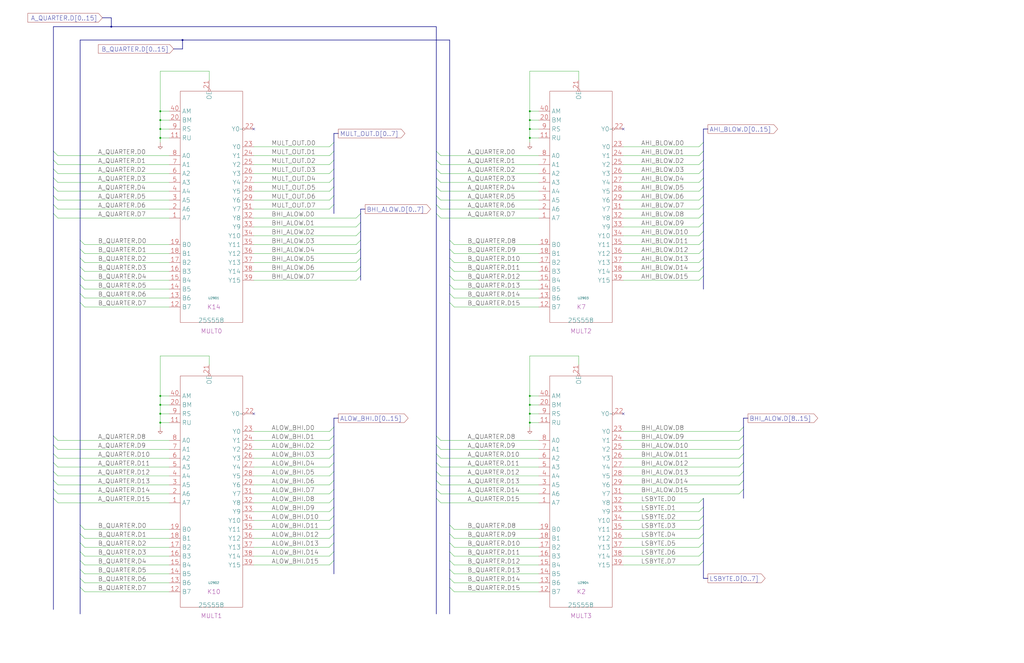
<source format=kicad_sch>
(kicad_sch (version 20230121) (generator eeschema)
  (paper "User" 584.2 378.46)
  (title_block (title "MULTIPLIER ARRAY") (date "22-MAR-90") (rev "1.0") (comment 1 "VALUE") (comment 2 "232-003063") (comment 3 "S400") (comment 4 "RELEASED"))
  (lib_symbols
    (symbol "r1000:25S558" (pin_names (offset 1.016))
      (property "Reference" "U" (at 2.54 5.08 0))
      (property "Value" "25S558" (at -6.35 -7.62 0))
      (property "Location" "___" (at -1.27 0 0))
      (property "Name" "______" (at 1.27 -15.24 0))
      (symbol "25S558_1_1"
        (rectangle (start -16.51 123.19) (end 19.05 -8.89))
        (circle (center 0 123.825) (radius 0.635))
        (circle (center 19.685 101.6) (radius 0.635))
        (pin input line (at -22.86 50.8 0) (length 6.35) (name "A7") (number "1"))
        (pin input line (at -22.86 96.52 0) (length 6.35) (name "RU") (number "11"))
        (pin input line (at -22.86 0 0) (length 6.35) (name "B7") (number "12"))
        (pin input line (at -22.86 5.08 0) (length 6.35) (name "B6") (number "13"))
        (pin input line (at -22.86 10.16 0) (length 6.35) (name "B5") (number "14"))
        (pin input line (at -22.86 15.24 0) (length 6.35) (name "B4") (number "15"))
        (pin input line (at -22.86 20.32 0) (length 6.35) (name "B3") (number "16"))
        (pin input line (at -22.86 25.4 0) (length 6.35) (name "B2") (number "17"))
        (pin input line (at -22.86 30.48 0) (length 6.35) (name "B1") (number "18"))
        (pin input line (at -22.86 35.56 0) (length 6.35) (name "B0") (number "19"))
        (pin input line (at -22.86 55.88 0) (length 6.35) (name "A6") (number "2"))
        (pin input line (at -22.86 106.68 0) (length 6.35) (name "BM") (number "20"))
        (pin input line (at 0 129.54 270) (length 5.08) (name "OE") (number "21"))
        (pin tri_state line (at 25.4 101.6 180) (length 5.08) (name "Y0~") (number "22"))
        (pin tri_state line (at 25.4 91.44 180) (length 6.35) (name "Y0") (number "23"))
        (pin tri_state line (at 25.4 86.36 180) (length 6.35) (name "Y1") (number "24"))
        (pin tri_state line (at 25.4 81.28 180) (length 6.35) (name "Y2") (number "25"))
        (pin tri_state line (at 25.4 76.2 180) (length 6.35) (name "Y3") (number "26"))
        (pin tri_state line (at 25.4 71.12 180) (length 6.35) (name "Y4") (number "27"))
        (pin tri_state line (at 25.4 66.04 180) (length 6.35) (name "Y5") (number "28"))
        (pin tri_state line (at 25.4 60.96 180) (length 6.35) (name "Y6") (number "29"))
        (pin input line (at -22.86 60.96 0) (length 6.35) (name "A5") (number "3"))
        (pin tri_state line (at 25.4 55.88 180) (length 6.35) (name "Y7") (number "31"))
        (pin tri_state line (at 25.4 50.8 180) (length 6.35) (name "Y8") (number "32"))
        (pin tri_state line (at 25.4 45.72 180) (length 6.35) (name "Y9") (number "33"))
        (pin tri_state line (at 25.4 40.64 180) (length 6.35) (name "Y10") (number "34"))
        (pin tri_state line (at 25.4 35.56 180) (length 6.35) (name "Y11") (number "35"))
        (pin tri_state line (at 25.4 30.48 180) (length 6.35) (name "Y12") (number "36"))
        (pin tri_state line (at 25.4 25.4 180) (length 6.35) (name "Y13") (number "37"))
        (pin tri_state line (at 25.4 20.32 180) (length 6.35) (name "Y14") (number "38"))
        (pin tri_state line (at 25.4 15.24 180) (length 6.35) (name "Y15") (number "39"))
        (pin input line (at -22.86 66.04 0) (length 6.35) (name "A4") (number "4"))
        (pin input line (at -22.86 111.76 0) (length 6.35) (name "AM") (number "40"))
        (pin input line (at -22.86 71.12 0) (length 6.35) (name "A3") (number "5"))
        (pin input line (at -22.86 76.2 0) (length 6.35) (name "A2") (number "6"))
        (pin input line (at -22.86 81.28 0) (length 6.35) (name "A1") (number "7"))
        (pin input line (at -22.86 86.36 0) (length 6.35) (name "A0") (number "8"))
        (pin input line (at -22.86 101.6 0) (length 6.35) (name "RS") (number "9"))
      )
    )
    (symbol "r1000:PD" (power) (pin_numbers hide) (pin_names hide) (in_bom no)
      (symbol "PD_0_1"
        (polyline (pts (xy 0 -2.54) (xy 1.27 -2.54) (xy 0 -3.81) (xy -1.27 -2.54) (xy 0 -2.54)) (stroke (width 0.1524)))
      )
      (symbol "PD_1_1"
        (pin power_in line (at 0 0 270) (length 2.54) (name "PD") (number "1"))
      )
    )
  )
  (junction (at 302.26 63.5))
  (junction (at 302.26 68.58))
  (junction (at 302.26 241.3))
  (junction (at 91.44 73.66))
  (junction (at 91.44 241.3))
  (junction (at 91.44 236.22))
  (junction (at 302.26 73.66))
  (junction (at 104.14 22.86))
  (junction (at 302.26 226.06))
  (junction (at 91.44 63.5))
  (junction (at 91.44 68.58))
  (junction (at 302.26 231.14))
  (junction (at 302.26 78.74))
  (junction (at 302.26 236.22))
  (junction (at 91.44 226.06))
  (junction (at 91.44 78.74))
  (junction (at 91.44 231.14))
  (junction (at 63.5 15.24))
  (no_connect (at 355.6 73.66))
  (no_connect (at 144.78 236.22))
  (no_connect (at 355.6 236.22))
  (no_connect (at 144.78 73.66))
  (bus_entry (at 205.74 157.48) (size -2.54 2.54))
  (bus_entry (at 248.92 86.36) (size 2.54 2.54))
  (bus_entry (at 401.32 106.68) (size -2.54 2.54))
  (bus_entry (at 401.32 294.64) (size -2.54 2.54))
  (bus_entry (at 45.72 304.8) (size 2.54 2.54))
  (bus_entry (at 190.5 264.16) (size -2.54 2.54))
  (bus_entry (at 401.32 101.6) (size -2.54 2.54))
  (bus_entry (at 248.92 106.68) (size 2.54 2.54))
  (bus_entry (at 45.72 320.04) (size 2.54 2.54))
  (bus_entry (at 256.54 314.96) (size 2.54 2.54))
  (bus_entry (at 30.48 259.08) (size 2.54 2.54))
  (bus_entry (at 30.48 91.44) (size 2.54 2.54))
  (bus_entry (at 30.48 116.84) (size 2.54 2.54))
  (bus_entry (at 424.18 279.4) (size -2.54 2.54))
  (bus_entry (at 190.5 279.4) (size -2.54 2.54))
  (bus_entry (at 45.72 325.12) (size 2.54 2.54))
  (bus_entry (at 45.72 157.48) (size 2.54 2.54))
  (bus_entry (at 248.92 264.16) (size 2.54 2.54))
  (bus_entry (at 401.32 86.36) (size -2.54 2.54))
  (bus_entry (at 401.32 152.4) (size -2.54 2.54))
  (bus_entry (at 401.32 81.28) (size -2.54 2.54))
  (bus_entry (at 190.5 111.76) (size -2.54 2.54))
  (bus_entry (at 256.54 304.8) (size 2.54 2.54))
  (bus_entry (at 190.5 289.56) (size -2.54 2.54))
  (bus_entry (at 45.72 172.72) (size 2.54 2.54))
  (bus_entry (at 190.5 96.52) (size -2.54 2.54))
  (bus_entry (at 190.5 309.88) (size -2.54 2.54))
  (bus_entry (at 30.48 274.32) (size 2.54 2.54))
  (bus_entry (at 205.74 147.32) (size -2.54 2.54))
  (bus_entry (at 256.54 335.28) (size 2.54 2.54))
  (bus_entry (at 190.5 274.32) (size -2.54 2.54))
  (bus_entry (at 248.92 116.84) (size 2.54 2.54))
  (bus_entry (at 30.48 101.6) (size 2.54 2.54))
  (bus_entry (at 190.5 101.6) (size -2.54 2.54))
  (bus_entry (at 248.92 279.4) (size 2.54 2.54))
  (bus_entry (at 190.5 86.36) (size -2.54 2.54))
  (bus_entry (at 248.92 254) (size 2.54 2.54))
  (bus_entry (at 30.48 96.52) (size 2.54 2.54))
  (bus_entry (at 401.32 91.44) (size -2.54 2.54))
  (bus_entry (at 256.54 157.48) (size 2.54 2.54))
  (bus_entry (at 248.92 101.6) (size 2.54 2.54))
  (bus_entry (at 401.32 121.92) (size -2.54 2.54))
  (bus_entry (at 256.54 325.12) (size 2.54 2.54))
  (bus_entry (at 205.74 137.16) (size -2.54 2.54))
  (bus_entry (at 205.74 127) (size -2.54 2.54))
  (bus_entry (at 401.32 299.72) (size -2.54 2.54))
  (bus_entry (at 45.72 330.2) (size 2.54 2.54))
  (bus_entry (at 248.92 269.24) (size 2.54 2.54))
  (bus_entry (at 190.5 299.72) (size -2.54 2.54))
  (bus_entry (at 401.32 111.76) (size -2.54 2.54))
  (bus_entry (at 256.54 167.64) (size 2.54 2.54))
  (bus_entry (at 190.5 320.04) (size -2.54 2.54))
  (bus_entry (at 401.32 157.48) (size -2.54 2.54))
  (bus_entry (at 256.54 330.2) (size 2.54 2.54))
  (bus_entry (at 401.32 314.96) (size -2.54 2.54))
  (bus_entry (at 248.92 274.32) (size 2.54 2.54))
  (bus_entry (at 30.48 264.16) (size 2.54 2.54))
  (bus_entry (at 424.18 264.16) (size -2.54 2.54))
  (bus_entry (at 248.92 248.92) (size 2.54 2.54))
  (bus_entry (at 190.5 106.68) (size -2.54 2.54))
  (bus_entry (at 30.48 284.48) (size 2.54 2.54))
  (bus_entry (at 424.18 248.92) (size -2.54 2.54))
  (bus_entry (at 248.92 111.76) (size 2.54 2.54))
  (bus_entry (at 424.18 243.84) (size -2.54 2.54))
  (bus_entry (at 30.48 106.68) (size 2.54 2.54))
  (bus_entry (at 401.32 147.32) (size -2.54 2.54))
  (bus_entry (at 248.92 121.92) (size 2.54 2.54))
  (bus_entry (at 30.48 121.92) (size 2.54 2.54))
  (bus_entry (at 30.48 254) (size 2.54 2.54))
  (bus_entry (at 401.32 96.52) (size -2.54 2.54))
  (bus_entry (at 190.5 116.84) (size -2.54 2.54))
  (bus_entry (at 248.92 96.52) (size 2.54 2.54))
  (bus_entry (at 190.5 254) (size -2.54 2.54))
  (bus_entry (at 45.72 314.96) (size 2.54 2.54))
  (bus_entry (at 401.32 320.04) (size -2.54 2.54))
  (bus_entry (at 45.72 147.32) (size 2.54 2.54))
  (bus_entry (at 190.5 81.28) (size -2.54 2.54))
  (bus_entry (at 424.18 254) (size -2.54 2.54))
  (bus_entry (at 248.92 284.48) (size 2.54 2.54))
  (bus_entry (at 401.32 284.48) (size -2.54 2.54))
  (bus_entry (at 248.92 259.08) (size 2.54 2.54))
  (bus_entry (at 190.5 269.24) (size -2.54 2.54))
  (bus_entry (at 256.54 309.88) (size 2.54 2.54))
  (bus_entry (at 190.5 284.48) (size -2.54 2.54))
  (bus_entry (at 205.74 132.08) (size -2.54 2.54))
  (bus_entry (at 424.18 269.24) (size -2.54 2.54))
  (bus_entry (at 45.72 162.56) (size 2.54 2.54))
  (bus_entry (at 401.32 132.08) (size -2.54 2.54))
  (bus_entry (at 45.72 167.64) (size 2.54 2.54))
  (bus_entry (at 248.92 91.44) (size 2.54 2.54))
  (bus_entry (at 190.5 248.92) (size -2.54 2.54))
  (bus_entry (at 45.72 299.72) (size 2.54 2.54))
  (bus_entry (at 256.54 147.32) (size 2.54 2.54))
  (bus_entry (at 190.5 91.44) (size -2.54 2.54))
  (bus_entry (at 45.72 142.24) (size 2.54 2.54))
  (bus_entry (at 256.54 299.72) (size 2.54 2.54))
  (bus_entry (at 401.32 116.84) (size -2.54 2.54))
  (bus_entry (at 401.32 142.24) (size -2.54 2.54))
  (bus_entry (at 401.32 304.8) (size -2.54 2.54))
  (bus_entry (at 256.54 162.56) (size 2.54 2.54))
  (bus_entry (at 424.18 274.32) (size -2.54 2.54))
  (bus_entry (at 256.54 320.04) (size 2.54 2.54))
  (bus_entry (at 401.32 127) (size -2.54 2.54))
  (bus_entry (at 45.72 335.28) (size 2.54 2.54))
  (bus_entry (at 401.32 289.56) (size -2.54 2.54))
  (bus_entry (at 30.48 86.36) (size 2.54 2.54))
  (bus_entry (at 45.72 137.16) (size 2.54 2.54))
  (bus_entry (at 30.48 279.4) (size 2.54 2.54))
  (bus_entry (at 45.72 309.88) (size 2.54 2.54))
  (bus_entry (at 205.74 152.4) (size -2.54 2.54))
  (bus_entry (at 45.72 152.4) (size 2.54 2.54))
  (bus_entry (at 205.74 121.92) (size -2.54 2.54))
  (bus_entry (at 30.48 269.24) (size 2.54 2.54))
  (bus_entry (at 401.32 137.16) (size -2.54 2.54))
  (bus_entry (at 205.74 142.24) (size -2.54 2.54))
  (bus_entry (at 190.5 259.08) (size -2.54 2.54))
  (bus_entry (at 256.54 142.24) (size 2.54 2.54))
  (bus_entry (at 424.18 259.08) (size -2.54 2.54))
  (bus_entry (at 190.5 314.96) (size -2.54 2.54))
  (bus_entry (at 256.54 172.72) (size 2.54 2.54))
  (bus_entry (at 190.5 243.84) (size -2.54 2.54))
  (bus_entry (at 190.5 304.8) (size -2.54 2.54))
  (bus_entry (at 401.32 309.88) (size -2.54 2.54))
  (bus_entry (at 190.5 294.64) (size -2.54 2.54))
  (bus_entry (at 30.48 248.92) (size 2.54 2.54))
  (bus_entry (at 256.54 152.4) (size 2.54 2.54))
  (bus_entry (at 256.54 137.16) (size 2.54 2.54))
  (bus_entry (at 30.48 111.76) (size 2.54 2.54))
  (wire (pts (xy 355.6 88.9) (xy 398.78 88.9)))
  (bus (pts (xy 45.72 172.72) (xy 45.72 299.72)))
  (wire (pts (xy 48.26 144.78) (xy 96.52 144.78)))
  (bus (pts (xy 190.5 294.64) (xy 190.5 299.72)))
  (bus (pts (xy 30.48 86.36) (xy 30.48 91.44)))
  (wire (pts (xy 259.08 327.66) (xy 307.34 327.66)))
  (wire (pts (xy 355.6 99.06) (xy 398.78 99.06)))
  (bus (pts (xy 30.48 116.84) (xy 30.48 121.92)))
  (wire (pts (xy 302.26 63.5) (xy 302.26 68.58)))
  (bus (pts (xy 30.48 111.76) (xy 30.48 116.84)))
  (wire (pts (xy 355.6 109.22) (xy 398.78 109.22)))
  (bus (pts (xy 30.48 248.92) (xy 30.48 254)))
  (bus (pts (xy 30.48 101.6) (xy 30.48 106.68)))
  (wire (pts (xy 302.26 231.14) (xy 302.26 236.22)))
  (bus (pts (xy 256.54 330.2) (xy 256.54 335.28)))
  (bus (pts (xy 424.18 238.76) (xy 426.72 238.76)))
  (wire (pts (xy 33.02 271.78) (xy 96.52 271.78)))
  (wire (pts (xy 302.26 226.06) (xy 307.34 226.06)))
  (wire (pts (xy 251.46 93.98) (xy 307.34 93.98)))
  (bus (pts (xy 205.74 121.92) (xy 205.74 127)))
  (bus (pts (xy 248.92 248.92) (xy 248.92 254)))
  (wire (pts (xy 144.78 251.46) (xy 187.96 251.46)))
  (wire (pts (xy 251.46 287.02) (xy 307.34 287.02)))
  (wire (pts (xy 33.02 114.3) (xy 96.52 114.3)))
  (bus (pts (xy 205.74 127) (xy 205.74 132.08)))
  (bus (pts (xy 248.92 91.44) (xy 248.92 96.52)))
  (wire (pts (xy 144.78 99.06) (xy 187.96 99.06)))
  (wire (pts (xy 33.02 109.22) (xy 96.52 109.22)))
  (wire (pts (xy 33.02 88.9) (xy 96.52 88.9)))
  (wire (pts (xy 302.26 241.3) (xy 302.26 243.84)))
  (wire (pts (xy 48.26 332.74) (xy 96.52 332.74)))
  (bus (pts (xy 248.92 284.48) (xy 248.92 350.52)))
  (wire (pts (xy 48.26 160.02) (xy 96.52 160.02)))
  (wire (pts (xy 251.46 88.9) (xy 307.34 88.9)))
  (wire (pts (xy 144.78 149.86) (xy 203.2 149.86)))
  (bus (pts (xy 256.54 325.12) (xy 256.54 330.2)))
  (bus (pts (xy 190.5 238.76) (xy 190.5 243.84)))
  (wire (pts (xy 91.44 241.3) (xy 91.44 243.84)))
  (wire (pts (xy 330.2 203.2) (xy 302.26 203.2)))
  (wire (pts (xy 355.6 154.94) (xy 398.78 154.94)))
  (wire (pts (xy 33.02 266.7) (xy 96.52 266.7)))
  (wire (pts (xy 144.78 292.1) (xy 187.96 292.1)))
  (bus (pts (xy 45.72 142.24) (xy 45.72 147.32)))
  (bus (pts (xy 190.5 101.6) (xy 190.5 106.68)))
  (bus (pts (xy 45.72 309.88) (xy 45.72 314.96)))
  (wire (pts (xy 302.26 241.3) (xy 307.34 241.3)))
  (wire (pts (xy 302.26 73.66) (xy 302.26 78.74)))
  (bus (pts (xy 256.54 299.72) (xy 256.54 304.8)))
  (wire (pts (xy 302.26 203.2) (xy 302.26 226.06)))
  (bus (pts (xy 30.48 274.32) (xy 30.48 279.4)))
  (wire (pts (xy 48.26 337.82) (xy 96.52 337.82)))
  (wire (pts (xy 144.78 312.42) (xy 187.96 312.42)))
  (wire (pts (xy 355.6 292.1) (xy 398.78 292.1)))
  (bus (pts (xy 256.54 320.04) (xy 256.54 325.12)))
  (bus (pts (xy 190.5 106.68) (xy 190.5 111.76)))
  (wire (pts (xy 144.78 109.22) (xy 187.96 109.22)))
  (wire (pts (xy 91.44 203.2) (xy 91.44 226.06)))
  (bus (pts (xy 424.18 279.4) (xy 424.18 284.48)))
  (bus (pts (xy 248.92 116.84) (xy 248.92 121.92)))
  (wire (pts (xy 33.02 251.46) (xy 96.52 251.46)))
  (wire (pts (xy 33.02 99.06) (xy 96.52 99.06)))
  (bus (pts (xy 190.5 269.24) (xy 190.5 274.32)))
  (bus (pts (xy 45.72 335.28) (xy 45.72 350.52)))
  (wire (pts (xy 144.78 246.38) (xy 187.96 246.38)))
  (bus (pts (xy 424.18 243.84) (xy 424.18 248.92)))
  (bus (pts (xy 30.48 269.24) (xy 30.48 274.32)))
  (wire (pts (xy 144.78 276.86) (xy 187.96 276.86)))
  (bus (pts (xy 30.48 96.52) (xy 30.48 101.6)))
  (bus (pts (xy 45.72 304.8) (xy 45.72 309.88)))
  (bus (pts (xy 424.18 259.08) (xy 424.18 264.16)))
  (bus (pts (xy 256.54 335.28) (xy 256.54 350.52)))
  (bus (pts (xy 190.5 299.72) (xy 190.5 304.8)))
  (wire (pts (xy 355.6 114.3) (xy 398.78 114.3)))
  (wire (pts (xy 259.08 139.7) (xy 307.34 139.7)))
  (wire (pts (xy 251.46 276.86) (xy 307.34 276.86)))
  (wire (pts (xy 251.46 266.7) (xy 307.34 266.7)))
  (bus (pts (xy 30.48 121.92) (xy 30.48 248.92)))
  (bus (pts (xy 424.18 238.76) (xy 424.18 243.84)))
  (bus (pts (xy 190.5 279.4) (xy 190.5 284.48)))
  (wire (pts (xy 302.26 226.06) (xy 302.26 231.14)))
  (wire (pts (xy 33.02 256.54) (xy 96.52 256.54)))
  (wire (pts (xy 330.2 208.28) (xy 330.2 203.2)))
  (bus (pts (xy 401.32 147.32) (xy 401.32 152.4)))
  (bus (pts (xy 248.92 269.24) (xy 248.92 274.32)))
  (bus (pts (xy 248.92 279.4) (xy 248.92 284.48)))
  (wire (pts (xy 48.26 307.34) (xy 96.52 307.34)))
  (wire (pts (xy 302.26 73.66) (xy 307.34 73.66)))
  (wire (pts (xy 355.6 271.78) (xy 421.64 271.78)))
  (wire (pts (xy 302.26 236.22) (xy 302.26 241.3)))
  (bus (pts (xy 401.32 299.72) (xy 401.32 304.8)))
  (wire (pts (xy 355.6 287.02) (xy 398.78 287.02)))
  (bus (pts (xy 401.32 330.2) (xy 403.86 330.2)))
  (wire (pts (xy 91.44 63.5) (xy 91.44 68.58)))
  (wire (pts (xy 355.6 124.46) (xy 398.78 124.46)))
  (wire (pts (xy 259.08 322.58) (xy 307.34 322.58)))
  (bus (pts (xy 401.32 320.04) (xy 401.32 330.2)))
  (wire (pts (xy 251.46 251.46) (xy 307.34 251.46)))
  (bus (pts (xy 401.32 106.68) (xy 401.32 111.76)))
  (wire (pts (xy 251.46 104.14) (xy 307.34 104.14)))
  (wire (pts (xy 355.6 144.78) (xy 398.78 144.78)))
  (wire (pts (xy 91.44 73.66) (xy 96.52 73.66)))
  (bus (pts (xy 256.54 172.72) (xy 256.54 299.72)))
  (bus (pts (xy 401.32 284.48) (xy 401.32 289.56)))
  (wire (pts (xy 91.44 73.66) (xy 91.44 78.74)))
  (wire (pts (xy 119.38 40.64) (xy 91.44 40.64)))
  (wire (pts (xy 355.6 307.34) (xy 398.78 307.34)))
  (wire (pts (xy 251.46 114.3) (xy 307.34 114.3)))
  (bus (pts (xy 45.72 137.16) (xy 45.72 142.24)))
  (wire (pts (xy 251.46 124.46) (xy 307.34 124.46)))
  (wire (pts (xy 251.46 261.62) (xy 307.34 261.62)))
  (bus (pts (xy 248.92 106.68) (xy 248.92 111.76)))
  (wire (pts (xy 251.46 281.94) (xy 307.34 281.94)))
  (bus (pts (xy 248.92 15.24) (xy 63.5 15.24)))
  (wire (pts (xy 355.6 119.38) (xy 398.78 119.38)))
  (wire (pts (xy 91.44 78.74) (xy 91.44 81.28)))
  (wire (pts (xy 48.26 170.18) (xy 96.52 170.18)))
  (bus (pts (xy 401.32 314.96) (xy 401.32 320.04)))
  (wire (pts (xy 355.6 83.82) (xy 398.78 83.82)))
  (wire (pts (xy 91.44 40.64) (xy 91.44 63.5)))
  (wire (pts (xy 302.26 68.58) (xy 307.34 68.58)))
  (bus (pts (xy 45.72 325.12) (xy 45.72 330.2)))
  (bus (pts (xy 190.5 274.32) (xy 190.5 279.4)))
  (wire (pts (xy 48.26 322.58) (xy 96.52 322.58)))
  (wire (pts (xy 144.78 256.54) (xy 187.96 256.54)))
  (wire (pts (xy 144.78 271.78) (xy 187.96 271.78)))
  (bus (pts (xy 190.5 76.2) (xy 193.04 76.2)))
  (wire (pts (xy 355.6 302.26) (xy 398.78 302.26)))
  (wire (pts (xy 48.26 139.7) (xy 96.52 139.7)))
  (wire (pts (xy 33.02 287.02) (xy 96.52 287.02)))
  (bus (pts (xy 190.5 259.08) (xy 190.5 264.16)))
  (bus (pts (xy 401.32 132.08) (xy 401.32 137.16)))
  (wire (pts (xy 355.6 256.54) (xy 421.64 256.54)))
  (bus (pts (xy 205.74 157.48) (xy 205.74 160.02)))
  (bus (pts (xy 205.74 147.32) (xy 205.74 152.4)))
  (bus (pts (xy 190.5 111.76) (xy 190.5 116.84)))
  (wire (pts (xy 48.26 175.26) (xy 96.52 175.26)))
  (bus (pts (xy 256.54 314.96) (xy 256.54 320.04)))
  (bus (pts (xy 256.54 157.48) (xy 256.54 162.56)))
  (bus (pts (xy 256.54 152.4) (xy 256.54 157.48)))
  (wire (pts (xy 355.6 246.38) (xy 421.64 246.38)))
  (bus (pts (xy 190.5 238.76) (xy 193.04 238.76)))
  (bus (pts (xy 424.18 264.16) (xy 424.18 269.24)))
  (bus (pts (xy 63.5 15.24) (xy 30.48 15.24)))
  (wire (pts (xy 144.78 88.9) (xy 187.96 88.9)))
  (bus (pts (xy 190.5 254) (xy 190.5 259.08)))
  (bus (pts (xy 256.54 22.86) (xy 256.54 137.16)))
  (wire (pts (xy 33.02 104.14) (xy 96.52 104.14)))
  (wire (pts (xy 259.08 302.26) (xy 307.34 302.26)))
  (wire (pts (xy 119.38 45.72) (xy 119.38 40.64)))
  (bus (pts (xy 190.5 91.44) (xy 190.5 96.52)))
  (bus (pts (xy 205.74 119.38) (xy 208.28 119.38)))
  (wire (pts (xy 119.38 203.2) (xy 91.44 203.2)))
  (bus (pts (xy 45.72 299.72) (xy 45.72 304.8)))
  (bus (pts (xy 190.5 289.56) (xy 190.5 294.64)))
  (bus (pts (xy 205.74 137.16) (xy 205.74 142.24)))
  (wire (pts (xy 48.26 154.94) (xy 96.52 154.94)))
  (bus (pts (xy 248.92 111.76) (xy 248.92 116.84)))
  (bus (pts (xy 30.48 259.08) (xy 30.48 264.16)))
  (wire (pts (xy 33.02 281.94) (xy 96.52 281.94)))
  (wire (pts (xy 33.02 261.62) (xy 96.52 261.62)))
  (bus (pts (xy 45.72 152.4) (xy 45.72 157.48)))
  (bus (pts (xy 190.5 320.04) (xy 190.5 327.66)))
  (bus (pts (xy 401.32 86.36) (xy 401.32 91.44)))
  (bus (pts (xy 205.74 132.08) (xy 205.74 137.16)))
  (wire (pts (xy 259.08 317.5) (xy 307.34 317.5)))
  (bus (pts (xy 45.72 147.32) (xy 45.72 152.4)))
  (wire (pts (xy 259.08 332.74) (xy 307.34 332.74)))
  (bus (pts (xy 45.72 22.86) (xy 45.72 137.16)))
  (wire (pts (xy 302.26 236.22) (xy 307.34 236.22)))
  (wire (pts (xy 144.78 266.7) (xy 187.96 266.7)))
  (wire (pts (xy 144.78 307.34) (xy 187.96 307.34)))
  (bus (pts (xy 424.18 248.92) (xy 424.18 254)))
  (bus (pts (xy 256.54 137.16) (xy 256.54 142.24)))
  (bus (pts (xy 205.74 119.38) (xy 205.74 121.92)))
  (bus (pts (xy 401.32 101.6) (xy 401.32 106.68)))
  (bus (pts (xy 45.72 330.2) (xy 45.72 335.28)))
  (bus (pts (xy 401.32 289.56) (xy 401.32 294.64)))
  (wire (pts (xy 302.26 40.64) (xy 302.26 63.5)))
  (wire (pts (xy 48.26 317.5) (xy 96.52 317.5)))
  (wire (pts (xy 355.6 276.86) (xy 421.64 276.86)))
  (wire (pts (xy 251.46 109.22) (xy 307.34 109.22)))
  (bus (pts (xy 205.74 142.24) (xy 205.74 147.32)))
  (wire (pts (xy 355.6 139.7) (xy 398.78 139.7)))
  (wire (pts (xy 355.6 322.58) (xy 398.78 322.58)))
  (wire (pts (xy 33.02 93.98) (xy 96.52 93.98)))
  (bus (pts (xy 256.54 304.8) (xy 256.54 309.88)))
  (bus (pts (xy 401.32 73.66) (xy 401.32 81.28)))
  (wire (pts (xy 144.78 281.94) (xy 187.96 281.94)))
  (bus (pts (xy 190.5 264.16) (xy 190.5 269.24)))
  (wire (pts (xy 91.44 236.22) (xy 91.44 241.3)))
  (wire (pts (xy 251.46 256.54) (xy 307.34 256.54)))
  (wire (pts (xy 48.26 302.26) (xy 96.52 302.26)))
  (bus (pts (xy 401.32 127) (xy 401.32 132.08)))
  (wire (pts (xy 33.02 119.38) (xy 96.52 119.38)))
  (bus (pts (xy 190.5 116.84) (xy 190.5 121.92)))
  (bus (pts (xy 401.32 294.64) (xy 401.32 299.72)))
  (wire (pts (xy 144.78 261.62) (xy 187.96 261.62)))
  (wire (pts (xy 144.78 129.54) (xy 203.2 129.54)))
  (bus (pts (xy 248.92 254) (xy 248.92 259.08)))
  (wire (pts (xy 259.08 307.34) (xy 307.34 307.34)))
  (bus (pts (xy 248.92 274.32) (xy 248.92 279.4)))
  (wire (pts (xy 144.78 322.58) (xy 187.96 322.58)))
  (wire (pts (xy 48.26 165.1) (xy 96.52 165.1)))
  (bus (pts (xy 104.14 27.94) (xy 104.14 22.86)))
  (bus (pts (xy 104.14 22.86) (xy 256.54 22.86)))
  (bus (pts (xy 256.54 147.32) (xy 256.54 152.4)))
  (bus (pts (xy 58.42 10.16) (xy 63.5 10.16)))
  (wire (pts (xy 302.26 78.74) (xy 302.26 81.28)))
  (wire (pts (xy 48.26 327.66) (xy 96.52 327.66)))
  (bus (pts (xy 190.5 248.92) (xy 190.5 254)))
  (wire (pts (xy 355.6 160.02) (xy 398.78 160.02)))
  (wire (pts (xy 91.44 68.58) (xy 91.44 73.66)))
  (wire (pts (xy 302.26 63.5) (xy 307.34 63.5)))
  (wire (pts (xy 302.26 231.14) (xy 307.34 231.14)))
  (wire (pts (xy 259.08 144.78) (xy 307.34 144.78)))
  (wire (pts (xy 355.6 312.42) (xy 398.78 312.42)))
  (wire (pts (xy 144.78 134.62) (xy 203.2 134.62)))
  (bus (pts (xy 63.5 10.16) (xy 63.5 15.24)))
  (wire (pts (xy 259.08 337.82) (xy 307.34 337.82)))
  (bus (pts (xy 248.92 96.52) (xy 248.92 101.6)))
  (wire (pts (xy 33.02 276.86) (xy 96.52 276.86)))
  (bus (pts (xy 248.92 86.36) (xy 248.92 91.44)))
  (bus (pts (xy 401.32 91.44) (xy 401.32 96.52)))
  (wire (pts (xy 144.78 114.3) (xy 187.96 114.3)))
  (wire (pts (xy 355.6 297.18) (xy 398.78 297.18)))
  (bus (pts (xy 45.72 320.04) (xy 45.72 325.12)))
  (bus (pts (xy 190.5 309.88) (xy 190.5 314.96)))
  (wire (pts (xy 144.78 119.38) (xy 187.96 119.38)))
  (bus (pts (xy 30.48 254) (xy 30.48 259.08)))
  (bus (pts (xy 424.18 254) (xy 424.18 259.08)))
  (wire (pts (xy 48.26 149.86) (xy 96.52 149.86)))
  (bus (pts (xy 190.5 284.48) (xy 190.5 289.56)))
  (wire (pts (xy 144.78 287.02) (xy 187.96 287.02)))
  (wire (pts (xy 144.78 154.94) (xy 203.2 154.94)))
  (bus (pts (xy 248.92 121.92) (xy 248.92 248.92)))
  (bus (pts (xy 401.32 142.24) (xy 401.32 147.32)))
  (bus (pts (xy 248.92 259.08) (xy 248.92 264.16)))
  (wire (pts (xy 355.6 251.46) (xy 421.64 251.46)))
  (wire (pts (xy 144.78 297.18) (xy 187.96 297.18)))
  (wire (pts (xy 91.44 241.3) (xy 96.52 241.3)))
  (wire (pts (xy 48.26 312.42) (xy 96.52 312.42)))
  (wire (pts (xy 259.08 149.86) (xy 307.34 149.86)))
  (bus (pts (xy 45.72 167.64) (xy 45.72 172.72)))
  (bus (pts (xy 30.48 91.44) (xy 30.48 96.52)))
  (bus (pts (xy 401.32 81.28) (xy 401.32 86.36)))
  (bus (pts (xy 190.5 76.2) (xy 190.5 81.28)))
  (bus (pts (xy 401.32 309.88) (xy 401.32 314.96)))
  (bus (pts (xy 45.72 22.86) (xy 104.14 22.86)))
  (wire (pts (xy 144.78 139.7) (xy 203.2 139.7)))
  (bus (pts (xy 45.72 157.48) (xy 45.72 162.56)))
  (bus (pts (xy 401.32 137.16) (xy 401.32 142.24)))
  (wire (pts (xy 355.6 104.14) (xy 398.78 104.14)))
  (bus (pts (xy 424.18 274.32) (xy 424.18 279.4)))
  (wire (pts (xy 91.44 231.14) (xy 91.44 236.22)))
  (wire (pts (xy 355.6 281.94) (xy 421.64 281.94)))
  (bus (pts (xy 248.92 15.24) (xy 248.92 86.36)))
  (bus (pts (xy 248.92 101.6) (xy 248.92 106.68)))
  (bus (pts (xy 45.72 162.56) (xy 45.72 167.64)))
  (wire (pts (xy 251.46 271.78) (xy 307.34 271.78)))
  (wire (pts (xy 119.38 208.28) (xy 119.38 203.2)))
  (wire (pts (xy 91.44 226.06) (xy 96.52 226.06)))
  (wire (pts (xy 91.44 226.06) (xy 91.44 231.14)))
  (wire (pts (xy 259.08 175.26) (xy 307.34 175.26)))
  (bus (pts (xy 205.74 152.4) (xy 205.74 157.48)))
  (wire (pts (xy 259.08 160.02) (xy 307.34 160.02)))
  (wire (pts (xy 355.6 134.62) (xy 398.78 134.62)))
  (bus (pts (xy 256.54 309.88) (xy 256.54 314.96)))
  (wire (pts (xy 144.78 302.26) (xy 187.96 302.26)))
  (wire (pts (xy 144.78 144.78) (xy 203.2 144.78)))
  (wire (pts (xy 91.44 68.58) (xy 96.52 68.58)))
  (wire (pts (xy 144.78 104.14) (xy 187.96 104.14)))
  (wire (pts (xy 33.02 124.46) (xy 96.52 124.46)))
  (bus (pts (xy 401.32 152.4) (xy 401.32 157.48)))
  (wire (pts (xy 355.6 266.7) (xy 421.64 266.7)))
  (wire (pts (xy 251.46 119.38) (xy 307.34 119.38)))
  (bus (pts (xy 401.32 304.8) (xy 401.32 309.88)))
  (bus (pts (xy 256.54 167.64) (xy 256.54 172.72)))
  (bus (pts (xy 401.32 111.76) (xy 401.32 116.84)))
  (bus (pts (xy 99.06 27.94) (xy 104.14 27.94)))
  (wire (pts (xy 355.6 261.62) (xy 421.64 261.62)))
  (wire (pts (xy 302.26 68.58) (xy 302.26 73.66)))
  (wire (pts (xy 251.46 99.06) (xy 307.34 99.06)))
  (wire (pts (xy 355.6 149.86) (xy 398.78 149.86)))
  (bus (pts (xy 401.32 121.92) (xy 401.32 127)))
  (wire (pts (xy 355.6 93.98) (xy 398.78 93.98)))
  (bus (pts (xy 256.54 162.56) (xy 256.54 167.64)))
  (bus (pts (xy 401.32 157.48) (xy 401.32 165.1)))
  (wire (pts (xy 144.78 317.5) (xy 187.96 317.5)))
  (wire (pts (xy 330.2 45.72) (xy 330.2 40.64)))
  (bus (pts (xy 190.5 243.84) (xy 190.5 248.92)))
  (bus (pts (xy 30.48 106.68) (xy 30.48 111.76)))
  (bus (pts (xy 424.18 269.24) (xy 424.18 274.32)))
  (wire (pts (xy 144.78 93.98) (xy 187.96 93.98)))
  (wire (pts (xy 91.44 236.22) (xy 96.52 236.22)))
  (wire (pts (xy 259.08 312.42) (xy 307.34 312.42)))
  (bus (pts (xy 401.32 116.84) (xy 401.32 121.92)))
  (wire (pts (xy 355.6 129.54) (xy 398.78 129.54)))
  (wire (pts (xy 144.78 83.82) (xy 187.96 83.82)))
  (wire (pts (xy 355.6 317.5) (xy 398.78 317.5)))
  (wire (pts (xy 144.78 160.02) (xy 203.2 160.02)))
  (bus (pts (xy 45.72 314.96) (xy 45.72 320.04)))
  (wire (pts (xy 91.44 231.14) (xy 96.52 231.14)))
  (wire (pts (xy 259.08 154.94) (xy 307.34 154.94)))
  (wire (pts (xy 302.26 78.74) (xy 307.34 78.74)))
  (bus (pts (xy 190.5 81.28) (xy 190.5 86.36)))
  (bus (pts (xy 190.5 314.96) (xy 190.5 320.04)))
  (bus (pts (xy 190.5 304.8) (xy 190.5 309.88)))
  (bus (pts (xy 30.48 264.16) (xy 30.48 269.24)))
  (wire (pts (xy 144.78 124.46) (xy 203.2 124.46)))
  (bus (pts (xy 248.92 264.16) (xy 248.92 269.24)))
  (bus (pts (xy 30.48 284.48) (xy 30.48 347.98)))
  (bus (pts (xy 30.48 279.4) (xy 30.48 284.48)))
  (wire (pts (xy 259.08 165.1) (xy 307.34 165.1)))
  (bus (pts (xy 30.48 15.24) (xy 30.48 86.36)))
  (wire (pts (xy 259.08 170.18) (xy 307.34 170.18)))
  (bus (pts (xy 401.32 73.66) (xy 403.86 73.66)))
  (bus (pts (xy 401.32 96.52) (xy 401.32 101.6)))
  (wire (pts (xy 330.2 40.64) (xy 302.26 40.64)))
  (bus (pts (xy 190.5 86.36) (xy 190.5 91.44)))
  (bus (pts (xy 190.5 96.52) (xy 190.5 101.6)))
  (bus (pts (xy 256.54 142.24) (xy 256.54 147.32)))
  (wire (pts (xy 91.44 78.74) (xy 96.52 78.74)))
  (wire (pts (xy 91.44 63.5) (xy 96.52 63.5)))
  (label "MULT_OUT.D2" (at 154.94 93.98 0) (effects (font (size 2.54 2.54))))
  (label "A_QUARTER.D8" (at 55.88 251.46 0) (effects (font (size 2.54 2.54))))
  (label "MULT_OUT.D5" (at 154.94 109.22 0) (effects (font (size 2.54 2.54))))
  (label "B_QUARTER.D6" (at 55.88 170.18 0) (effects (font (size 2.54 2.54))))
  (label "B_QUARTER.D9" (at 266.7 307.34 0) (effects (font (size 2.54 2.54))))
  (label "ALOW_BHI.D4" (at 154.94 266.7 0) (effects (font (size 2.54 2.54))))
  (label "A_QUARTER.D4" (at 55.88 109.22 0) (effects (font (size 2.54 2.54))))
  (label "A_QUARTER.D11" (at 55.88 266.7 0) (effects (font (size 2.54 2.54))))
  (label "ALOW_BHI.D5" (at 154.94 271.78 0) (effects (font (size 2.54 2.54))))
  (label "A_QUARTER.D1" (at 55.88 93.98 0) (effects (font (size 2.54 2.54))))
  (label "AHI_BLOW.D11" (at 365.76 139.7 0) (effects (font (size 2.54 2.54))))
  (label "A_QUARTER.D5" (at 266.7 114.3 0) (effects (font (size 2.54 2.54))))
  (label "AHI_BLOW.D2" (at 365.76 93.98 0) (effects (font (size 2.54 2.54))))
  (label "AHI_BLOW.D7" (at 365.76 119.38 0) (effects (font (size 2.54 2.54))))
  (label "AHI_BLOW.D5" (at 365.76 109.22 0) (effects (font (size 2.54 2.54))))
  (label "AHI_BLOW.D0" (at 365.76 83.82 0) (effects (font (size 2.54 2.54))))
  (label "A_QUARTER.D15" (at 55.88 287.02 0) (effects (font (size 2.54 2.54))))
  (label "B_QUARTER.D1" (at 55.88 307.34 0) (effects (font (size 2.54 2.54))))
  (label "BHI_ALOW.D15" (at 365.76 281.94 0) (effects (font (size 2.54 2.54))))
  (label "B_QUARTER.D13" (at 266.7 327.66 0) (effects (font (size 2.54 2.54))))
  (label "AHI_BLOW.D12" (at 365.76 144.78 0) (effects (font (size 2.54 2.54))))
  (label "BHI_ALOW.D10" (at 365.76 256.54 0) (effects (font (size 2.54 2.54))))
  (label "BHI_ALOW.D14" (at 365.76 276.86 0) (effects (font (size 2.54 2.54))))
  (label "BHI_ALOW.D7" (at 154.94 160.02 0) (effects (font (size 2.54 2.54))))
  (label "BHI_ALOW.D11" (at 365.76 261.62 0) (effects (font (size 2.54 2.54))))
  (label "B_QUARTER.D7" (at 55.88 175.26 0) (effects (font (size 2.54 2.54))))
  (label "B_QUARTER.D0" (at 55.88 302.26 0) (effects (font (size 2.54 2.54))))
  (label "B_QUARTER.D3" (at 55.88 154.94 0) (effects (font (size 2.54 2.54))))
  (label "A_QUARTER.D0" (at 266.7 88.9 0) (effects (font (size 2.54 2.54))))
  (label "ALOW_BHI.D9" (at 154.94 292.1 0) (effects (font (size 2.54 2.54))))
  (label "B_QUARTER.D11" (at 266.7 317.5 0) (effects (font (size 2.54 2.54))))
  (label "AHI_BLOW.D15" (at 365.76 160.02 0) (effects (font (size 2.54 2.54))))
  (label "A_QUARTER.D3" (at 55.88 104.14 0) (effects (font (size 2.54 2.54))))
  (label "BHI_ALOW.D12" (at 365.76 266.7 0) (effects (font (size 2.54 2.54))))
  (label "B_QUARTER.D2" (at 55.88 149.86 0) (effects (font (size 2.54 2.54))))
  (label "A_QUARTER.D8" (at 266.7 251.46 0) (effects (font (size 2.54 2.54))))
  (label "A_QUARTER.D10" (at 55.88 261.62 0) (effects (font (size 2.54 2.54))))
  (label "LSBYTE.D3" (at 365.76 302.26 0) (effects (font (size 2.54 2.54))))
  (label "MULT_OUT.D7" (at 154.94 119.38 0) (effects (font (size 2.54 2.54))))
  (label "A_QUARTER.D3" (at 266.7 104.14 0) (effects (font (size 2.54 2.54))))
  (label "BHI_ALOW.D3" (at 154.94 139.7 0) (effects (font (size 2.54 2.54))))
  (label "ALOW_BHI.D3" (at 154.94 261.62 0) (effects (font (size 2.54 2.54))))
  (label "A_QUARTER.D13" (at 266.7 276.86 0) (effects (font (size 2.54 2.54))))
  (label "AHI_BLOW.D10" (at 365.76 134.62 0) (effects (font (size 2.54 2.54))))
  (label "BHI_ALOW.D5" (at 154.94 149.86 0) (effects (font (size 2.54 2.54))))
  (label "B_QUARTER.D6" (at 55.88 332.74 0) (effects (font (size 2.54 2.54))))
  (label "B_QUARTER.D5" (at 55.88 165.1 0) (effects (font (size 2.54 2.54))))
  (label "B_QUARTER.D4" (at 55.88 160.02 0) (effects (font (size 2.54 2.54))))
  (label "B_QUARTER.D7" (at 55.88 337.82 0) (effects (font (size 2.54 2.54))))
  (label "AHI_BLOW.D6" (at 365.76 114.3 0) (effects (font (size 2.54 2.54))))
  (label "B_QUARTER.D13" (at 266.7 165.1 0) (effects (font (size 2.54 2.54))))
  (label "AHI_BLOW.D9" (at 365.76 129.54 0) (effects (font (size 2.54 2.54))))
  (label "B_QUARTER.D15" (at 266.7 337.82 0) (effects (font (size 2.54 2.54))))
  (label "B_QUARTER.D3" (at 55.88 317.5 0) (effects (font (size 2.54 2.54))))
  (label "A_QUARTER.D0" (at 55.88 88.9 0) (effects (font (size 2.54 2.54))))
  (label "AHI_BLOW.D8" (at 365.76 124.46 0) (effects (font (size 2.54 2.54))))
  (label "B_QUARTER.D4" (at 55.88 322.58 0) (effects (font (size 2.54 2.54))))
  (label "B_QUARTER.D10" (at 266.7 149.86 0) (effects (font (size 2.54 2.54))))
  (label "BHI_ALOW.D0" (at 154.94 124.46 0) (effects (font (size 2.54 2.54))))
  (label "ALOW_BHI.D8" (at 154.94 287.02 0) (effects (font (size 2.54 2.54))))
  (label "A_QUARTER.D1" (at 266.7 93.98 0) (effects (font (size 2.54 2.54))))
  (label "AHI_BLOW.D1" (at 365.76 88.9 0) (effects (font (size 2.54 2.54))))
  (label "A_QUARTER.D2" (at 266.7 99.06 0) (effects (font (size 2.54 2.54))))
  (label "MULT_OUT.D4" (at 154.94 104.14 0) (effects (font (size 2.54 2.54))))
  (label "B_QUARTER.D15" (at 266.7 175.26 0) (effects (font (size 2.54 2.54))))
  (label "A_QUARTER.D14" (at 55.88 281.94 0) (effects (font (size 2.54 2.54))))
  (label "A_QUARTER.D12" (at 55.88 271.78 0) (effects (font (size 2.54 2.54))))
  (label "ALOW_BHI.D1" (at 154.94 251.46 0) (effects (font (size 2.54 2.54))))
  (label "ALOW_BHI.D2" (at 154.94 256.54 0) (effects (font (size 2.54 2.54))))
  (label "A_QUARTER.D6" (at 55.88 119.38 0) (effects (font (size 2.54 2.54))))
  (label "ALOW_BHI.D13" (at 154.94 312.42 0) (effects (font (size 2.54 2.54))))
  (label "AHI_BLOW.D3" (at 365.76 99.06 0) (effects (font (size 2.54 2.54))))
  (label "LSBYTE.D1" (at 365.76 292.1 0) (effects (font (size 2.54 2.54))))
  (label "B_QUARTER.D12" (at 266.7 322.58 0) (effects (font (size 2.54 2.54))))
  (label "MULT_OUT.D0" (at 154.94 83.82 0) (effects (font (size 2.54 2.54))))
  (label "BHI_ALOW.D2" (at 154.94 134.62 0) (effects (font (size 2.54 2.54))))
  (label "BHI_ALOW.D1" (at 154.94 129.54 0) (effects (font (size 2.54 2.54))))
  (label "B_QUARTER.D11" (at 266.7 154.94 0) (effects (font (size 2.54 2.54))))
  (label "LSBYTE.D0" (at 365.76 287.02 0) (effects (font (size 2.54 2.54))))
  (label "B_QUARTER.D10" (at 266.7 312.42 0) (effects (font (size 2.54 2.54))))
  (label "B_QUARTER.D1" (at 55.88 144.78 0) (effects (font (size 2.54 2.54))))
  (label "BHI_ALOW.D6" (at 154.94 154.94 0) (effects (font (size 2.54 2.54))))
  (label "AHI_BLOW.D4" (at 365.76 104.14 0) (effects (font (size 2.54 2.54))))
  (label "A_QUARTER.D5" (at 55.88 114.3 0) (effects (font (size 2.54 2.54))))
  (label "ALOW_BHI.D14" (at 154.94 317.5 0) (effects (font (size 2.54 2.54))))
  (label "A_QUARTER.D7" (at 266.7 124.46 0) (effects (font (size 2.54 2.54))))
  (label "BHI_ALOW.D4" (at 154.94 144.78 0) (effects (font (size 2.54 2.54))))
  (label "ALOW_BHI.D0" (at 154.94 246.38 0) (effects (font (size 2.54 2.54))))
  (label "LSBYTE.D7" (at 365.76 322.58 0) (effects (font (size 2.54 2.54))))
  (label "B_QUARTER.D8" (at 266.7 302.26 0) (effects (font (size 2.54 2.54))))
  (label "A_QUARTER.D13" (at 55.88 276.86 0) (effects (font (size 2.54 2.54))))
  (label "B_QUARTER.D9" (at 266.7 144.78 0) (effects (font (size 2.54 2.54))))
  (label "A_QUARTER.D4" (at 266.7 109.22 0) (effects (font (size 2.54 2.54))))
  (label "MULT_OUT.D3" (at 154.94 99.06 0) (effects (font (size 2.54 2.54))))
  (label "ALOW_BHI.D6" (at 154.94 276.86 0) (effects (font (size 2.54 2.54))))
  (label "A_QUARTER.D2" (at 55.88 99.06 0) (effects (font (size 2.54 2.54))))
  (label "B_QUARTER.D5" (at 55.88 327.66 0) (effects (font (size 2.54 2.54))))
  (label "B_QUARTER.D8" (at 266.7 139.7 0) (effects (font (size 2.54 2.54))))
  (label "B_QUARTER.D12" (at 266.7 160.02 0) (effects (font (size 2.54 2.54))))
  (label "A_QUARTER.D9" (at 55.88 256.54 0) (effects (font (size 2.54 2.54))))
  (label "LSBYTE.D5" (at 365.76 312.42 0) (effects (font (size 2.54 2.54))))
  (label "MULT_OUT.D1" (at 154.94 88.9 0) (effects (font (size 2.54 2.54))))
  (label "ALOW_BHI.D15" (at 154.94 322.58 0) (effects (font (size 2.54 2.54))))
  (label "A_QUARTER.D14" (at 266.7 281.94 0) (effects (font (size 2.54 2.54))))
  (label "LSBYTE.D6" (at 365.76 317.5 0) (effects (font (size 2.54 2.54))))
  (label "BHI_ALOW.D9" (at 365.76 251.46 0) (effects (font (size 2.54 2.54))))
  (label "AHI_BLOW.D14" (at 365.76 154.94 0) (effects (font (size 2.54 2.54))))
  (label "BHI_ALOW.D8" (at 365.76 246.38 0) (effects (font (size 2.54 2.54))))
  (label "A_QUARTER.D10" (at 266.7 261.62 0) (effects (font (size 2.54 2.54))))
  (label "A_QUARTER.D15" (at 266.7 287.02 0) (effects (font (size 2.54 2.54))))
  (label "BHI_ALOW.D13" (at 365.76 271.78 0) (effects (font (size 2.54 2.54))))
  (label "B_QUARTER.D0" (at 55.88 139.7 0) (effects (font (size 2.54 2.54))))
  (label "B_QUARTER.D14" (at 266.7 170.18 0) (effects (font (size 2.54 2.54))))
  (label "A_QUARTER.D9" (at 266.7 256.54 0) (effects (font (size 2.54 2.54))))
  (label "LSBYTE.D4" (at 365.76 307.34 0) (effects (font (size 2.54 2.54))))
  (label "ALOW_BHI.D10" (at 154.94 297.18 0) (effects (font (size 2.54 2.54))))
  (label "ALOW_BHI.D11" (at 154.94 302.26 0) (effects (font (size 2.54 2.54))))
  (label "MULT_OUT.D6" (at 154.94 114.3 0) (effects (font (size 2.54 2.54))))
  (label "LSBYTE.D2" (at 365.76 297.18 0) (effects (font (size 2.54 2.54))))
  (label "B_QUARTER.D2" (at 55.88 312.42 0) (effects (font (size 2.54 2.54))))
  (label "ALOW_BHI.D7" (at 154.94 281.94 0) (effects (font (size 2.54 2.54))))
  (label "B_QUARTER.D14" (at 266.7 332.74 0) (effects (font (size 2.54 2.54))))
  (label "ALOW_BHI.D12" (at 154.94 307.34 0) (effects (font (size 2.54 2.54))))
  (label "A_QUARTER.D11" (at 266.7 266.7 0) (effects (font (size 2.54 2.54))))
  (label "A_QUARTER.D12" (at 266.7 271.78 0) (effects (font (size 2.54 2.54))))
  (label "A_QUARTER.D7" (at 55.88 124.46 0) (effects (font (size 2.54 2.54))))
  (label "A_QUARTER.D6" (at 266.7 119.38 0) (effects (font (size 2.54 2.54))))
  (label "AHI_BLOW.D13" (at 365.76 149.86 0) (effects (font (size 2.54 2.54))))
  (global_label "BHI_ALOW.D[0..7]" (shape output) (at 208.28 119.38 0) (effects (font (size 2.54 2.54))) (property "Intersheetrefs" "${INTERSHEET_REFS}" (at 245.6422 119.2213 0) (effects (font (size 1.905 1.905)) (justify left))))
  (global_label "LSBYTE.D[0..7]" (shape output) (at 403.86 330.2 0) (effects (font (size 2.54 2.54))) (property "Intersheetrefs" "${INTERSHEET_REFS}" (at 436.505 330.0413 0) (effects (font (size 1.905 1.905)) (justify left))))
  (global_label "AHI_BLOW.D[0..15]" (shape output) (at 403.86 73.66 0) (effects (font (size 2.54 2.54))) (property "Intersheetrefs" "${INTERSHEET_REFS}" (at 443.6412 73.5013 0) (effects (font (size 1.905 1.905)) (justify left))))
  (global_label "A_QUARTER.D[0..15]" (shape input) (at 58.42 10.16 180) (effects (font (size 2.54 2.54))) (property "Intersheetrefs" "${INTERSHEET_REFS}" (at 15.8569 10.0013 0) (effects (font (size 1.905 1.905)) (justify right))))
  (global_label "ALOW_BHI.D[0..15]" (shape output) (at 193.04 238.76 0) (effects (font (size 2.54 2.54))) (property "Intersheetrefs" "${INTERSHEET_REFS}" (at 232.8212 238.6013 0) (effects (font (size 1.905 1.905)) (justify left))))
  (global_label "MULT_OUT.D[0..7]" (shape output) (at 193.04 76.2 0) (effects (font (size 2.54 2.54))) (property "Intersheetrefs" "${INTERSHEET_REFS}" (at 231.007 76.0413 0) (effects (font (size 1.905 1.905)) (justify left))))
  (global_label "B_QUARTER.D[0..15]" (shape input) (at 99.06 27.94 180) (effects (font (size 2.54 2.54))) (property "Intersheetrefs" "${INTERSHEET_REFS}" (at 56.134 27.7813 0) (effects (font (size 1.905 1.905)) (justify right))))
  (global_label "BHI_ALOW.D[8..15]" (shape output) (at 426.72 238.76 0) (effects (font (size 2.54 2.54))) (property "Intersheetrefs" "${INTERSHEET_REFS}" (at 466.5012 238.6013 0) (effects (font (size 1.905 1.905)) (justify left))))
  (symbol (lib_id "r1000:25S558") (at 119.38 337.82 0) (unit 1)
    (property "Reference" "U2902" (at 121.92 332.74 0))
    (property "Value" "25S558" (at 113.03 345.44 0) (effects (font (size 2.54 2.54)) (justify left)))
    (property "Location" "K10" (at 118.11 337.82 0) (effects (font (size 2.54 2.54)) (justify left)))
    (property "Name" "MULT1" (at 120.65 353.06 0) (effects (font (size 2.54 2.54)) (justify bottom)))
  )
  (symbol (lib_id "r1000:25S558") (at 119.38 175.26 0) (unit 1)
    (property "Reference" "U2901" (at 121.92 170.18 0))
    (property "Value" "25S558" (at 113.03 182.88 0) (effects (font (size 2.54 2.54)) (justify left)))
    (property "Location" "K14" (at 118.11 175.26 0) (effects (font (size 2.54 2.54)) (justify left)))
    (property "Name" "MULT0" (at 120.65 190.5 0) (effects (font (size 2.54 2.54)) (justify bottom)))
  )
  (symbol (lib_id "r1000:PD") (at 302.26 243.84 0) (unit 1) (in_bom no)
    (property "Reference" "#PWR02904" (effects hide))
    (property "Value" "PD" (effects hide))
  )
  (symbol (lib_id "r1000:PD") (at 302.26 81.28 0) (unit 1) (in_bom no)
    (property "Reference" "#PWR02903" (effects hide))
    (property "Value" "PD" (effects hide))
  )
  (symbol (lib_id "r1000:25S558") (at 330.2 175.26 0) (unit 1)
    (property "Reference" "U2903" (at 332.74 170.18 0))
    (property "Value" "25S558" (at 323.85 182.88 0) (effects (font (size 2.54 2.54)) (justify left)))
    (property "Location" "K7" (at 328.93 175.26 0) (effects (font (size 2.54 2.54)) (justify left)))
    (property "Name" "MULT2" (at 331.47 190.5 0) (effects (font (size 2.54 2.54)) (justify bottom)))
  )
  (symbol (lib_id "r1000:PD") (at 91.44 81.28 0) (unit 1) (in_bom no)
    (property "Reference" "#PWR02901" (effects hide))
    (property "Value" "PD" (effects hide))
  )
  (symbol (lib_id "r1000:25S558") (at 330.2 337.82 0) (unit 1)
    (property "Reference" "U2904" (at 332.74 332.74 0))
    (property "Value" "25S558" (at 323.85 345.44 0) (effects (font (size 2.54 2.54)) (justify left)))
    (property "Location" "K2" (at 328.93 337.82 0) (effects (font (size 2.54 2.54)) (justify left)))
    (property "Name" "MULT3" (at 331.47 353.06 0) (effects (font (size 2.54 2.54)) (justify bottom)))
  )
  (symbol (lib_id "r1000:PD") (at 91.44 243.84 0) (unit 1) (in_bom no)
    (property "Reference" "#PWR02902" (effects hide))
    (property "Value" "PD" (effects hide))
  )
)
</source>
